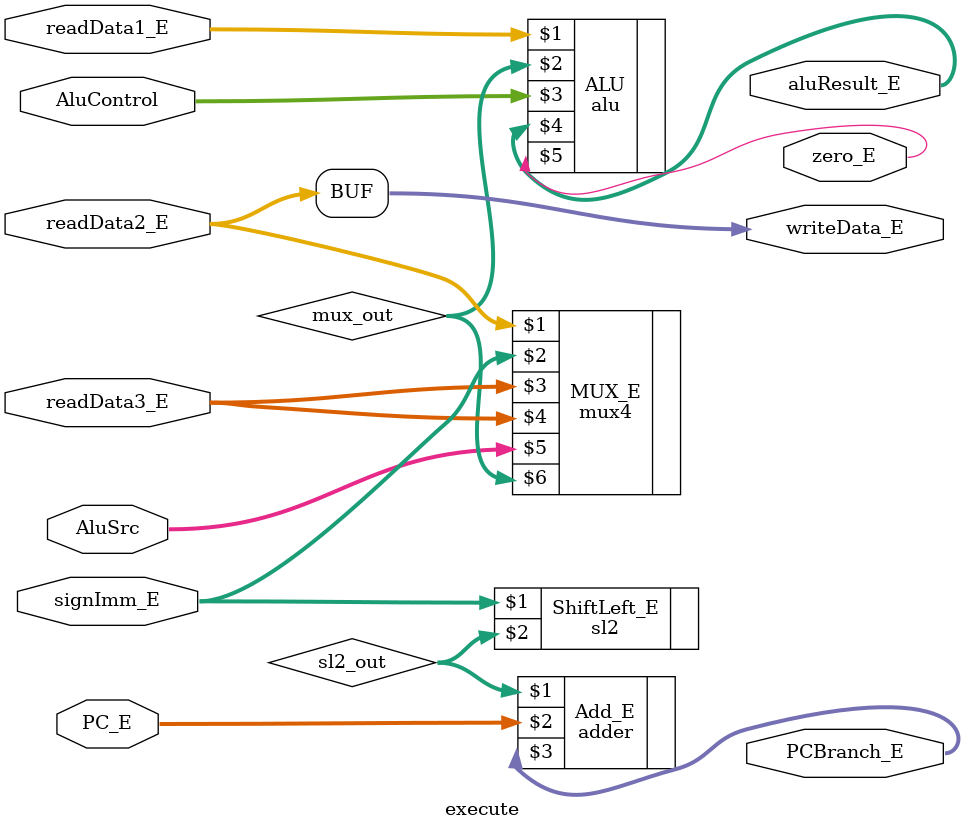
<source format=sv>
module execute #(
    parameter N = 64
) (
    input logic [1:0] AluSrc,
    input logic [3:0] AluControl,
    input logic [N-1:0] PC_E,
    signImm_E,
    readData1_E,
    readData2_E,
    readData3_E,
    output logic [N-1:0] PCBranch_E,
    aluResult_E,
    writeData_E,
    output logic zero_E
);

  logic [N-1:0] mux_out, sl2_out;

  mux4 #(N) MUX_E (
      readData2_E,
      signImm_E,
      readData3_E,
      readData3_E,
      AluSrc,
      mux_out
  );
  alu ALU (
      readData1_E,
      mux_out,
      AluControl,
      aluResult_E,
      zero_E
  );
  sl2 #(N) ShiftLeft_E (
      signImm_E,
      sl2_out
  );
  adder #(N) Add_E (
      sl2_out,
      PC_E,
      PCBranch_E
  );

  assign writeData_E = readData2_E;
endmodule

</source>
